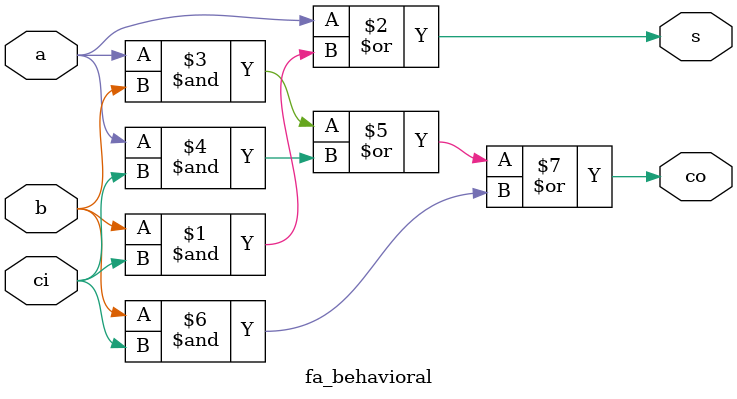
<source format=v>
module fa_behavioral(a,b,ci,s,co);
       input a,b;
       input ci;
       output  s;
       output co;



       assign s=(a|b&ci);
       assign co=((a&b)|(a&ci)|(b&ci));



endmodule

</source>
